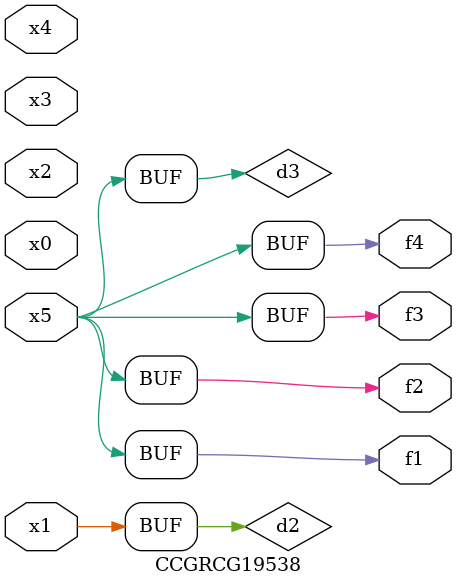
<source format=v>
module CCGRCG19538(
	input x0, x1, x2, x3, x4, x5,
	output f1, f2, f3, f4
);

	wire d1, d2, d3;

	not (d1, x5);
	or (d2, x1);
	xnor (d3, d1);
	assign f1 = d3;
	assign f2 = d3;
	assign f3 = d3;
	assign f4 = d3;
endmodule

</source>
